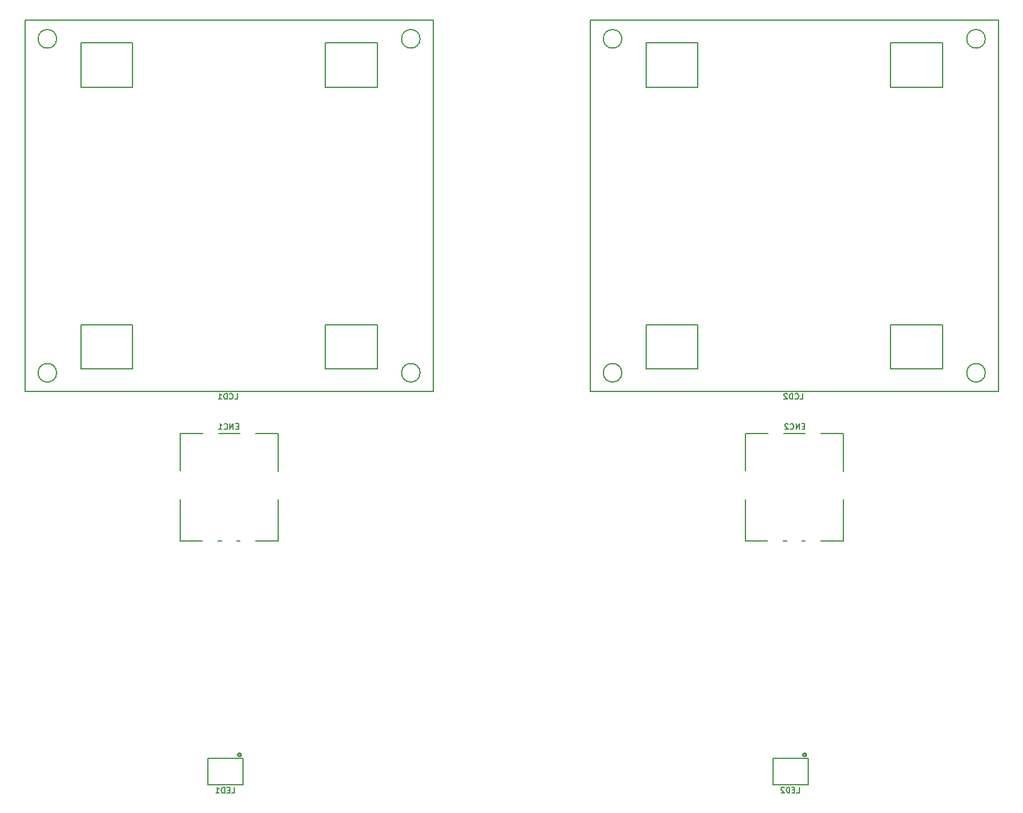
<source format=gbo>
G04 (created by PCBNEW (2013-07-07 BZR 4022)-stable) date 14/04/2014 03:28:28*
%MOIN*%
G04 Gerber Fmt 3.4, Leading zero omitted, Abs format*
%FSLAX34Y34*%
G01*
G70*
G90*
G04 APERTURE LIST*
%ADD10C,0.00590551*%
%ADD11C,0.00787402*%
%ADD12C,0.01*%
%ADD13C,0.006*%
G04 APERTURE END LIST*
G54D10*
G54D11*
X1666Y-55024D02*
X23319Y-55024D01*
X23319Y-35339D02*
X1666Y-35339D01*
X7374Y-51481D02*
X7374Y-53843D01*
X4619Y-51481D02*
X7374Y-51481D01*
X4619Y-53843D02*
X4619Y-51481D01*
X7374Y-53843D02*
X4619Y-53843D01*
X7374Y-38882D02*
X4619Y-38882D01*
X4619Y-38882D02*
X4619Y-36520D01*
X4619Y-36520D02*
X7374Y-36520D01*
X7374Y-36520D02*
X7374Y-38882D01*
X20367Y-36520D02*
X20367Y-38882D01*
X17611Y-36520D02*
X20367Y-36520D01*
X17611Y-38882D02*
X17611Y-36520D01*
X20367Y-38882D02*
X17611Y-38882D01*
X20367Y-53843D02*
X17611Y-53843D01*
X17611Y-53843D02*
X17611Y-51481D01*
X17611Y-51481D02*
X20367Y-51481D01*
X20367Y-51481D02*
X20367Y-53843D01*
X3339Y-54040D02*
G75*
G03X3339Y-54040I-492J0D01*
G74*
G01*
X22630Y-54040D02*
G75*
G03X22630Y-54040I-492J0D01*
G74*
G01*
X3339Y-36323D02*
G75*
G03X3339Y-36323I-492J0D01*
G74*
G01*
X22630Y-36323D02*
G75*
G03X22630Y-36323I-492J0D01*
G74*
G01*
X1666Y-35339D02*
X1666Y-55024D01*
X23319Y-55024D02*
X23319Y-35339D01*
X11370Y-75887D02*
X11370Y-74509D01*
X13221Y-75887D02*
X11370Y-75887D01*
X13221Y-75887D02*
X13221Y-74509D01*
X11370Y-74509D02*
X13221Y-74509D01*
G54D12*
X13040Y-74224D02*
G75*
G02X13040Y-74224I0J-88D01*
G74*
G01*
G54D11*
X41370Y-75887D02*
X41370Y-74509D01*
X43221Y-75887D02*
X41370Y-75887D01*
X43221Y-75887D02*
X43221Y-74509D01*
X41370Y-74509D02*
X43221Y-74509D01*
G54D12*
X43040Y-74224D02*
G75*
G02X43040Y-74224I0J-88D01*
G74*
G01*
G54D11*
X11115Y-57248D02*
X9894Y-57248D01*
X9894Y-57248D02*
X9894Y-59216D01*
X13083Y-57248D02*
X11941Y-57248D01*
X15091Y-59256D02*
X15091Y-57248D01*
X15091Y-57248D02*
X13910Y-57248D01*
X9894Y-60752D02*
X9894Y-62957D01*
X9894Y-62957D02*
X11075Y-62957D01*
X15091Y-60752D02*
X15091Y-62957D01*
X15091Y-62957D02*
X13910Y-62957D01*
X12886Y-62957D02*
X13083Y-62957D01*
X11902Y-62957D02*
X12099Y-62957D01*
X41115Y-57248D02*
X39894Y-57248D01*
X39894Y-57248D02*
X39894Y-59216D01*
X43083Y-57248D02*
X41941Y-57248D01*
X45091Y-59256D02*
X45091Y-57248D01*
X45091Y-57248D02*
X43910Y-57248D01*
X39894Y-60752D02*
X39894Y-62957D01*
X39894Y-62957D02*
X41075Y-62957D01*
X45091Y-60752D02*
X45091Y-62957D01*
X45091Y-62957D02*
X43910Y-62957D01*
X42886Y-62957D02*
X43083Y-62957D01*
X41902Y-62957D02*
X42099Y-62957D01*
X31666Y-55024D02*
X53319Y-55024D01*
X53319Y-35339D02*
X31666Y-35339D01*
X37374Y-51481D02*
X37374Y-53843D01*
X34619Y-51481D02*
X37374Y-51481D01*
X34619Y-53843D02*
X34619Y-51481D01*
X37374Y-53843D02*
X34619Y-53843D01*
X37374Y-38882D02*
X34619Y-38882D01*
X34619Y-38882D02*
X34619Y-36520D01*
X34619Y-36520D02*
X37374Y-36520D01*
X37374Y-36520D02*
X37374Y-38882D01*
X50367Y-36520D02*
X50367Y-38882D01*
X47611Y-36520D02*
X50367Y-36520D01*
X47611Y-38882D02*
X47611Y-36520D01*
X50367Y-38882D02*
X47611Y-38882D01*
X50367Y-53843D02*
X47611Y-53843D01*
X47611Y-53843D02*
X47611Y-51481D01*
X47611Y-51481D02*
X50367Y-51481D01*
X50367Y-51481D02*
X50367Y-53843D01*
X33339Y-54040D02*
G75*
G03X33339Y-54040I-492J0D01*
G74*
G01*
X52630Y-54040D02*
G75*
G03X52630Y-54040I-492J0D01*
G74*
G01*
X33339Y-36323D02*
G75*
G03X33339Y-36323I-492J0D01*
G74*
G01*
X52630Y-36323D02*
G75*
G03X52630Y-36323I-492J0D01*
G74*
G01*
X31666Y-35339D02*
X31666Y-55024D01*
X53319Y-55024D02*
X53319Y-35339D01*
G54D13*
X12784Y-55441D02*
X12926Y-55441D01*
X12926Y-55141D01*
X12512Y-55412D02*
X12526Y-55426D01*
X12569Y-55441D01*
X12598Y-55441D01*
X12641Y-55426D01*
X12669Y-55398D01*
X12684Y-55369D01*
X12698Y-55312D01*
X12698Y-55269D01*
X12684Y-55212D01*
X12669Y-55183D01*
X12641Y-55155D01*
X12598Y-55141D01*
X12569Y-55141D01*
X12526Y-55155D01*
X12512Y-55169D01*
X12384Y-55441D02*
X12384Y-55141D01*
X12312Y-55141D01*
X12269Y-55155D01*
X12241Y-55183D01*
X12226Y-55212D01*
X12212Y-55269D01*
X12212Y-55312D01*
X12226Y-55369D01*
X12241Y-55398D01*
X12269Y-55426D01*
X12312Y-55441D01*
X12384Y-55441D01*
X11926Y-55441D02*
X12098Y-55441D01*
X12012Y-55441D02*
X12012Y-55141D01*
X12041Y-55183D01*
X12069Y-55212D01*
X12098Y-55226D01*
X12625Y-76339D02*
X12768Y-76339D01*
X12768Y-76039D01*
X12525Y-76182D02*
X12425Y-76182D01*
X12382Y-76339D02*
X12525Y-76339D01*
X12525Y-76039D01*
X12382Y-76039D01*
X12254Y-76339D02*
X12254Y-76039D01*
X12182Y-76039D01*
X12140Y-76053D01*
X12111Y-76082D01*
X12097Y-76110D01*
X12082Y-76167D01*
X12082Y-76210D01*
X12097Y-76267D01*
X12111Y-76296D01*
X12140Y-76325D01*
X12182Y-76339D01*
X12254Y-76339D01*
X11797Y-76339D02*
X11968Y-76339D01*
X11882Y-76339D02*
X11882Y-76039D01*
X11911Y-76082D01*
X11940Y-76110D01*
X11968Y-76125D01*
X42613Y-76319D02*
X42756Y-76319D01*
X42756Y-76019D01*
X42513Y-76162D02*
X42413Y-76162D01*
X42370Y-76319D02*
X42513Y-76319D01*
X42513Y-76019D01*
X42370Y-76019D01*
X42242Y-76319D02*
X42242Y-76019D01*
X42170Y-76019D01*
X42128Y-76033D01*
X42099Y-76062D01*
X42085Y-76090D01*
X42070Y-76147D01*
X42070Y-76190D01*
X42085Y-76247D01*
X42099Y-76276D01*
X42128Y-76305D01*
X42170Y-76319D01*
X42242Y-76319D01*
X41956Y-76047D02*
X41942Y-76033D01*
X41913Y-76019D01*
X41842Y-76019D01*
X41813Y-76033D01*
X41799Y-76047D01*
X41785Y-76076D01*
X41785Y-76105D01*
X41799Y-76147D01*
X41970Y-76319D01*
X41785Y-76319D01*
X12987Y-56888D02*
X12887Y-56888D01*
X12844Y-57045D02*
X12987Y-57045D01*
X12987Y-56745D01*
X12844Y-56745D01*
X12715Y-57045D02*
X12715Y-56745D01*
X12544Y-57045D01*
X12544Y-56745D01*
X12230Y-57016D02*
X12244Y-57031D01*
X12287Y-57045D01*
X12315Y-57045D01*
X12358Y-57031D01*
X12387Y-57002D01*
X12401Y-56973D01*
X12415Y-56916D01*
X12415Y-56873D01*
X12401Y-56816D01*
X12387Y-56788D01*
X12358Y-56759D01*
X12315Y-56745D01*
X12287Y-56745D01*
X12244Y-56759D01*
X12230Y-56773D01*
X11944Y-57045D02*
X12115Y-57045D01*
X12030Y-57045D02*
X12030Y-56745D01*
X12058Y-56788D01*
X12087Y-56816D01*
X12115Y-56831D01*
X43034Y-56888D02*
X42934Y-56888D01*
X42891Y-57045D02*
X43034Y-57045D01*
X43034Y-56745D01*
X42891Y-56745D01*
X42763Y-57045D02*
X42763Y-56745D01*
X42591Y-57045D01*
X42591Y-56745D01*
X42277Y-57016D02*
X42291Y-57031D01*
X42334Y-57045D01*
X42363Y-57045D01*
X42406Y-57031D01*
X42434Y-57002D01*
X42448Y-56973D01*
X42463Y-56916D01*
X42463Y-56873D01*
X42448Y-56816D01*
X42434Y-56788D01*
X42406Y-56759D01*
X42363Y-56745D01*
X42334Y-56745D01*
X42291Y-56759D01*
X42277Y-56773D01*
X42163Y-56773D02*
X42148Y-56759D01*
X42120Y-56745D01*
X42048Y-56745D01*
X42020Y-56759D01*
X42006Y-56773D01*
X41991Y-56802D01*
X41991Y-56831D01*
X42006Y-56873D01*
X42177Y-57045D01*
X41991Y-57045D01*
X42803Y-55441D02*
X42946Y-55441D01*
X42946Y-55141D01*
X42532Y-55412D02*
X42546Y-55426D01*
X42589Y-55441D01*
X42617Y-55441D01*
X42660Y-55426D01*
X42689Y-55398D01*
X42703Y-55369D01*
X42717Y-55312D01*
X42717Y-55269D01*
X42703Y-55212D01*
X42689Y-55183D01*
X42660Y-55155D01*
X42617Y-55141D01*
X42589Y-55141D01*
X42546Y-55155D01*
X42532Y-55169D01*
X42403Y-55441D02*
X42403Y-55141D01*
X42332Y-55141D01*
X42289Y-55155D01*
X42260Y-55183D01*
X42246Y-55212D01*
X42232Y-55269D01*
X42232Y-55312D01*
X42246Y-55369D01*
X42260Y-55398D01*
X42289Y-55426D01*
X42332Y-55441D01*
X42403Y-55441D01*
X42117Y-55169D02*
X42103Y-55155D01*
X42075Y-55141D01*
X42003Y-55141D01*
X41975Y-55155D01*
X41960Y-55169D01*
X41946Y-55198D01*
X41946Y-55226D01*
X41960Y-55269D01*
X42132Y-55441D01*
X41946Y-55441D01*
M02*

</source>
